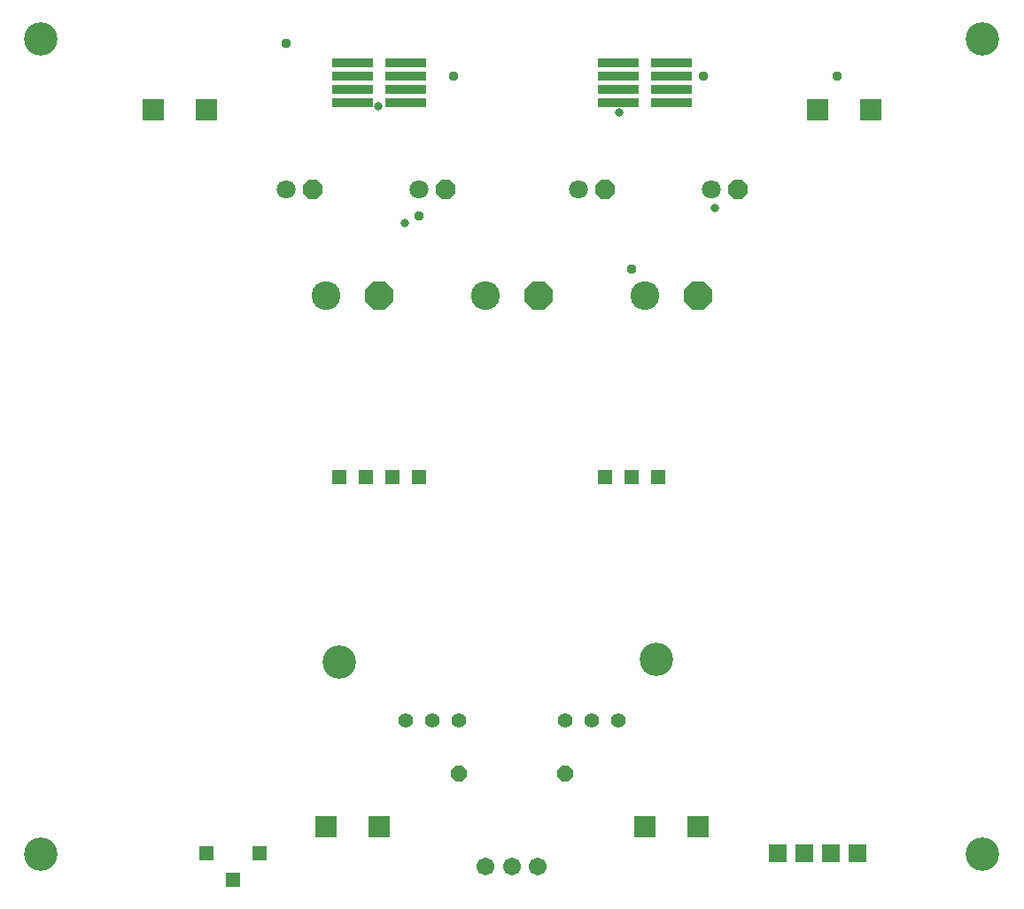
<source format=gbr>
G04 EAGLE Gerber RS-274X export*
G75*
%MOMM*%
%FSLAX34Y34*%
%LPD*%
%INSoldermask Top*%
%IPPOS*%
%AMOC8*
5,1,8,0,0,1.08239X$1,22.5*%
G01*
%ADD10C,3.203200*%
%ADD11R,1.473200X1.473200*%
%ADD12P,1.951982X8X22.500000*%
%ADD13C,1.803400*%
%ADD14C,2.743200*%
%ADD15P,2.969212X8X22.500000*%
%ADD16R,4.013200X0.838200*%
%ADD17P,1.649562X8X22.500000*%
%ADD18C,1.711200*%
%ADD19R,2.003200X2.003200*%
%ADD20R,1.711200X1.711200*%
%ADD21C,1.411200*%
%ADD22C,0.809600*%
%ADD23C,0.959600*%


D10*
X-450000Y830000D03*
X450000Y830000D03*
X450000Y50000D03*
X-450000Y50000D03*
X138430Y236220D03*
X-165100Y233680D03*
D11*
X-266700Y25400D03*
X-292100Y50800D03*
X-241300Y50800D03*
D12*
X-190500Y685800D03*
D13*
X-215900Y685800D03*
D12*
X215900Y685800D03*
D13*
X190500Y685800D03*
D12*
X-63500Y685800D03*
D13*
X-88900Y685800D03*
D14*
X127000Y584200D03*
D15*
X177800Y584200D03*
D14*
X-25400Y584200D03*
D15*
X25400Y584200D03*
D14*
X-177800Y584200D03*
D15*
X-127000Y584200D03*
D12*
X88900Y685800D03*
D13*
X63500Y685800D03*
D16*
X-101600Y806450D03*
X-101600Y793750D03*
X-101600Y781050D03*
X-101600Y768350D03*
X-152400Y806450D03*
X-152400Y793750D03*
X-152400Y781050D03*
X-152400Y768350D03*
X152400Y806450D03*
X152400Y793750D03*
X152400Y781050D03*
X152400Y768350D03*
X101600Y806450D03*
X101600Y793750D03*
X101600Y781050D03*
X101600Y768350D03*
D17*
X-50800Y127000D03*
X50800Y127000D03*
D18*
X0Y38100D03*
X25000Y38100D03*
X-25000Y38100D03*
D19*
X342900Y762000D03*
X292100Y762000D03*
X-292100Y762000D03*
X-342900Y762000D03*
X-127000Y76200D03*
X-177800Y76200D03*
X177800Y76200D03*
X127000Y76200D03*
D20*
X254000Y50800D03*
X330200Y50800D03*
X279400Y50800D03*
X304800Y50800D03*
D21*
X76200Y177800D03*
X50800Y177800D03*
X101600Y177800D03*
X-76200Y177800D03*
X-101600Y177800D03*
X-50800Y177800D03*
D11*
X-88510Y410210D03*
X-113910Y410210D03*
X-139310Y410210D03*
X-164710Y410210D03*
X89290Y410210D03*
X114690Y410210D03*
X140090Y410210D03*
D22*
X193548Y667512D03*
X102108Y758952D03*
X-128016Y765048D03*
X-102108Y653796D03*
D23*
X-88900Y660400D03*
X114300Y609600D03*
X311150Y793750D03*
X182880Y793750D03*
X-215900Y825500D03*
X-55880Y793750D03*
M02*

</source>
